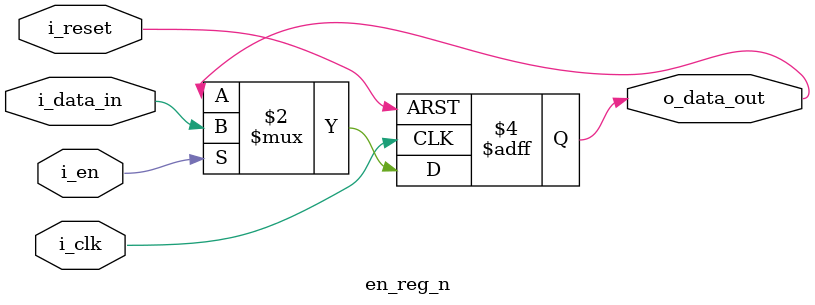
<source format=sv>
module en_reg_n #
(
  parameter WIDTH = 1
)
(
  input i_clk,
  input i_reset,
  input i_en,
  input [WIDTH-1:0] i_data_in,
  output logic [WIDTH-1:0] o_data_out
);

  always_ff @ (posedge i_clk, posedge i_reset) begin
    if (i_reset)
      o_data_out <= {'0};
    else if (i_en)
      o_data_out <= i_data_in;
  end

endmodule

</source>
